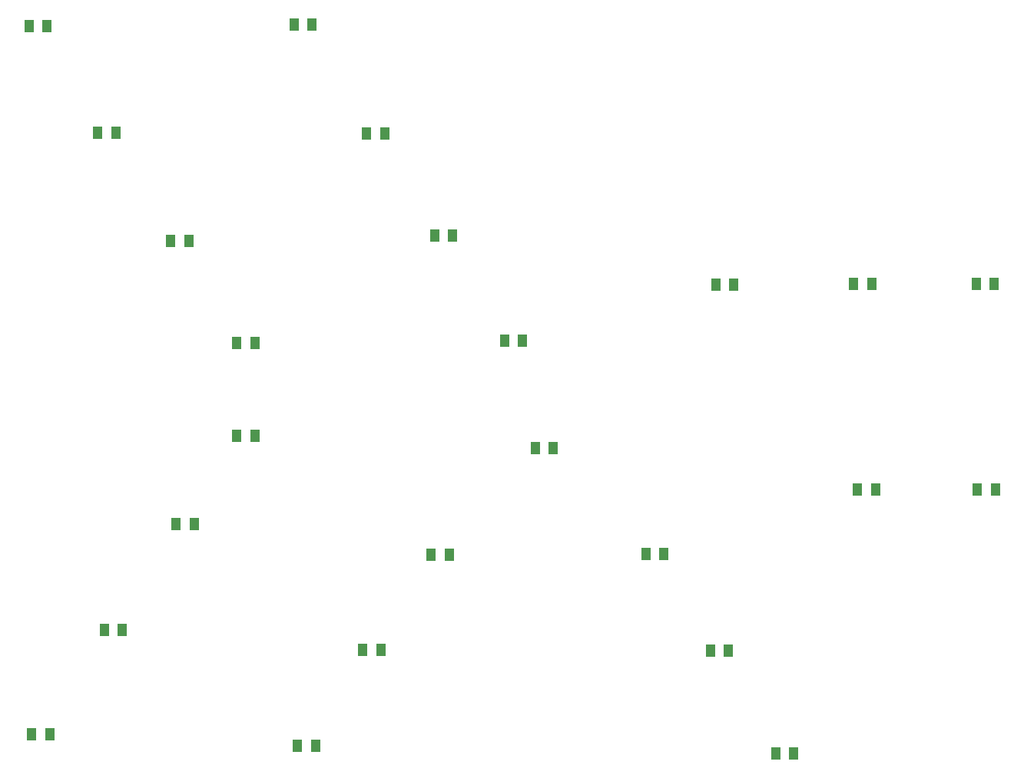
<source format=gbr>
G04*
G04 #@! TF.GenerationSoftware,Altium Limited,Altium Designer,20.2.6 (244)*
G04*
G04 Layer_Color=8421504*
%FSLAX44Y44*%
%MOMM*%
G71*
G04*
G04 #@! TF.SameCoordinates,0F27BA18-1C3A-4387-AE1D-EB8F93CB1518*
G04*
G04*
G04 #@! TF.FilePolarity,Positive*
G04*
G01*
G75*
%ADD10R,1.0000X1.4000*%
D10*
X2732000Y1571000D02*
D03*
X2712000D02*
D03*
X2864000D02*
D03*
X2844000D02*
D03*
X2728000Y1798000D02*
D03*
X2708000D02*
D03*
X2863000D02*
D03*
X2843000D02*
D03*
X2642000Y1280000D02*
D03*
X2622000D02*
D03*
X2576000Y1797000D02*
D03*
X2556000D02*
D03*
X2499000Y1500000D02*
D03*
X2479000D02*
D03*
X2570000Y1393000D02*
D03*
X2550000D02*
D03*
X2187000Y1394000D02*
D03*
X2167000D02*
D03*
X2115000Y1288000D02*
D03*
X2095000D02*
D03*
X2377000Y1617000D02*
D03*
X2357000D02*
D03*
X2262000Y1499000D02*
D03*
X2242000D02*
D03*
X2266000Y1851000D02*
D03*
X2246000D02*
D03*
X2343000Y1735000D02*
D03*
X2323000D02*
D03*
X2111000Y2084000D02*
D03*
X2091000D02*
D03*
X2191000Y1964000D02*
D03*
X2171000D02*
D03*
X1895000Y1965000D02*
D03*
X1875000D02*
D03*
X1819000Y2082000D02*
D03*
X1799000D02*
D03*
X2048000Y1733000D02*
D03*
X2028000D02*
D03*
X1975000Y1845000D02*
D03*
X1955000D02*
D03*
X1981000Y1533000D02*
D03*
X1961000D02*
D03*
X2048000Y1630000D02*
D03*
X2028000D02*
D03*
X1822000Y1301000D02*
D03*
X1802000D02*
D03*
X1902000Y1416000D02*
D03*
X1882000D02*
D03*
M02*

</source>
